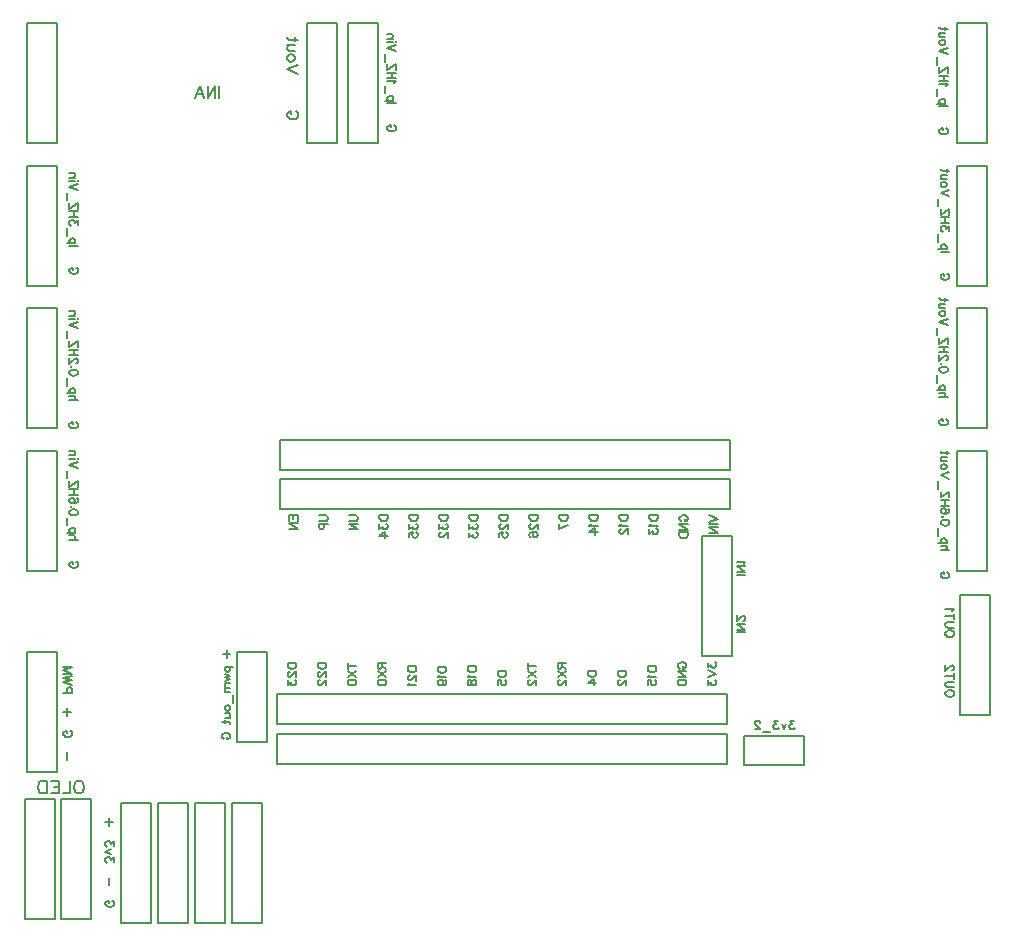
<source format=gbo>
G04 Layer: BottomSilkscreenLayer*
G04 EasyEDA v6.5.40, 2024-04-23 11:15:46*
G04 c7e9cca6e7fb4e88997dfbcd3db0eb44,2d5800d2cc32464ebd88bb1e24ba3ef2,10*
G04 Gerber Generator version 0.2*
G04 Scale: 100 percent, Rotated: No, Reflected: No *
G04 Dimensions in inches *
G04 leading zeros omitted , absolute positions ,3 integer and 6 decimal *
%FSLAX36Y36*%
%MOIN*%

%ADD10C,0.0080*%
%ADD11C,0.0060*%
%ADD12C,0.0080*%
%ADD13C,0.0080*%

%LPD*%
D10*
X996273Y3472273D02*
G01*
X999908Y3470455D01*
X1003545Y3466817D01*
X1005363Y3463182D01*
X1005363Y3455909D01*
X1003545Y3452273D01*
X999908Y3448636D01*
X996273Y3446817D01*
X990817Y3445000D01*
X981727Y3445000D01*
X976273Y3446817D01*
X972636Y3448636D01*
X968999Y3452273D01*
X967182Y3455909D01*
X967182Y3463182D01*
X968999Y3466817D01*
X972636Y3470455D01*
X976273Y3472273D01*
X981727Y3472273D01*
X981727Y3463182D02*
G01*
X981727Y3472273D01*
X1005363Y3596273D02*
G01*
X967182Y3610817D01*
X1005363Y3625363D02*
G01*
X967182Y3610817D01*
X992636Y3646455D02*
G01*
X990817Y3642818D01*
X987182Y3639182D01*
X981727Y3637363D01*
X978091Y3637363D01*
X972636Y3639182D01*
X968999Y3642818D01*
X967182Y3646455D01*
X967182Y3651909D01*
X968999Y3655545D01*
X972636Y3659182D01*
X978091Y3660999D01*
X981727Y3660999D01*
X987182Y3659182D01*
X990817Y3655545D01*
X992636Y3651909D01*
X992636Y3646455D01*
X992636Y3673000D02*
G01*
X974454Y3673000D01*
X968999Y3674818D01*
X967182Y3678454D01*
X967182Y3683908D01*
X968999Y3687545D01*
X974454Y3693000D01*
X992636Y3693000D02*
G01*
X967182Y3693000D01*
X1005363Y3710455D02*
G01*
X974454Y3710455D01*
X968999Y3712273D01*
X967182Y3715909D01*
X967182Y3719544D01*
X992636Y3705000D02*
G01*
X992636Y3717727D01*
X740000Y3555363D02*
G01*
X740000Y3517181D01*
X728000Y3555363D02*
G01*
X728000Y3517181D01*
X728000Y3555363D02*
G01*
X702545Y3517181D01*
X702545Y3555363D02*
G01*
X702545Y3517181D01*
X675999Y3555363D02*
G01*
X690545Y3517181D01*
X675999Y3555363D02*
G01*
X661455Y3517181D01*
X685091Y3529908D02*
G01*
X666909Y3529908D01*
X1323455Y3425455D02*
G01*
X1326181Y3424090D01*
X1328909Y3421363D01*
X1330272Y3418636D01*
X1330272Y3413182D01*
X1328909Y3410455D01*
X1326181Y3407727D01*
X1323455Y3406363D01*
X1319363Y3405000D01*
X1312545Y3405000D01*
X1308455Y3406363D01*
X1305726Y3407727D01*
X1303000Y3410455D01*
X1301635Y3413182D01*
X1301635Y3418636D01*
X1303000Y3421363D01*
X1305726Y3424090D01*
X1308455Y3425455D01*
X1312545Y3425455D01*
X1312545Y3418636D02*
G01*
X1312545Y3425455D01*
X1330272Y3497455D02*
G01*
X1301635Y3497455D01*
X1320726Y3506455D02*
G01*
X1292091Y3506455D01*
X1316635Y3506455D02*
G01*
X1319363Y3509182D01*
X1320726Y3511909D01*
X1320726Y3515999D01*
X1319363Y3518726D01*
X1316635Y3521455D01*
X1312545Y3522818D01*
X1309817Y3522818D01*
X1305726Y3521455D01*
X1303000Y3518726D01*
X1301635Y3515999D01*
X1301635Y3511909D01*
X1303000Y3509182D01*
X1305726Y3506455D01*
X1292091Y3531817D02*
G01*
X1292091Y3556363D01*
X1324817Y3565363D02*
G01*
X1326181Y3568090D01*
X1330272Y3572181D01*
X1301635Y3572181D01*
X1330272Y3581181D02*
G01*
X1301635Y3581181D01*
X1330272Y3600273D02*
G01*
X1301635Y3600273D01*
X1316635Y3581181D02*
G01*
X1316635Y3600273D01*
X1330272Y3628364D02*
G01*
X1301635Y3609272D01*
X1330272Y3609272D02*
G01*
X1330272Y3628364D01*
X1301635Y3609272D02*
G01*
X1301635Y3628364D01*
X1292091Y3637363D02*
G01*
X1292091Y3661909D01*
X1330272Y3670909D02*
G01*
X1301635Y3681817D01*
X1330272Y3692727D02*
G01*
X1301635Y3681817D01*
X1330272Y3701727D02*
G01*
X1328909Y3703090D01*
X1330272Y3704454D01*
X1331635Y3703090D01*
X1330272Y3701727D01*
X1320726Y3703090D02*
G01*
X1301635Y3703090D01*
X1320726Y3713454D02*
G01*
X1301635Y3713454D01*
X1315272Y3713454D02*
G01*
X1319363Y3717545D01*
X1320726Y3720273D01*
X1320726Y3724364D01*
X1319363Y3727091D01*
X1315272Y3728454D01*
X1301635Y3728454D01*
X3163455Y3415455D02*
G01*
X3166181Y3414090D01*
X3168909Y3411363D01*
X3170272Y3408636D01*
X3170272Y3403182D01*
X3168909Y3400455D01*
X3166181Y3397727D01*
X3163455Y3396363D01*
X3159363Y3395000D01*
X3152545Y3395000D01*
X3148455Y3396363D01*
X3145726Y3397727D01*
X3143000Y3400455D01*
X3141635Y3403182D01*
X3141635Y3408636D01*
X3143000Y3411363D01*
X3145726Y3414090D01*
X3148455Y3415455D01*
X3152545Y3415455D01*
X3152545Y3408636D02*
G01*
X3152545Y3415455D01*
X3170272Y3487455D02*
G01*
X3141635Y3487455D01*
X3160726Y3496455D02*
G01*
X3132091Y3496455D01*
X3156635Y3496455D02*
G01*
X3159363Y3499182D01*
X3160726Y3501909D01*
X3160726Y3505999D01*
X3159363Y3508726D01*
X3156635Y3511455D01*
X3152545Y3512818D01*
X3149817Y3512818D01*
X3145726Y3511455D01*
X3143000Y3508726D01*
X3141635Y3505999D01*
X3141635Y3501909D01*
X3143000Y3499182D01*
X3145726Y3496455D01*
X3132091Y3521817D02*
G01*
X3132091Y3546363D01*
X3164817Y3555363D02*
G01*
X3166181Y3558090D01*
X3170272Y3562181D01*
X3141635Y3562181D01*
X3170272Y3571181D02*
G01*
X3141635Y3571181D01*
X3170272Y3590273D02*
G01*
X3141635Y3590273D01*
X3156635Y3571181D02*
G01*
X3156635Y3590273D01*
X3170272Y3618364D02*
G01*
X3141635Y3599272D01*
X3170272Y3599272D02*
G01*
X3170272Y3618364D01*
X3141635Y3599272D02*
G01*
X3141635Y3618364D01*
X3132091Y3627363D02*
G01*
X3132091Y3651909D01*
X3170272Y3660909D02*
G01*
X3141635Y3671817D01*
X3170272Y3682727D02*
G01*
X3141635Y3671817D01*
X3160726Y3698544D02*
G01*
X3159363Y3695817D01*
X3156635Y3693090D01*
X3152545Y3691727D01*
X3149817Y3691727D01*
X3145726Y3693090D01*
X3143000Y3695817D01*
X3141635Y3698544D01*
X3141635Y3702636D01*
X3143000Y3705363D01*
X3145726Y3708090D01*
X3149817Y3709454D01*
X3152545Y3709454D01*
X3156635Y3708090D01*
X3159363Y3705363D01*
X3160726Y3702636D01*
X3160726Y3698544D01*
X3160726Y3718454D02*
G01*
X3147091Y3718454D01*
X3143000Y3719818D01*
X3141635Y3722545D01*
X3141635Y3726635D01*
X3143000Y3729364D01*
X3147091Y3733454D01*
X3160726Y3733454D02*
G01*
X3141635Y3733454D01*
X3170272Y3746545D02*
G01*
X3147091Y3746545D01*
X3143000Y3747908D01*
X3141635Y3750635D01*
X3141635Y3753364D01*
X3160726Y3742455D02*
G01*
X3160726Y3751999D01*
X263465Y2950455D02*
G01*
X266192Y2949090D01*
X268919Y2946363D01*
X270282Y2943636D01*
X270282Y2938182D01*
X268919Y2935455D01*
X266192Y2932727D01*
X263465Y2931363D01*
X259373Y2930000D01*
X252555Y2930000D01*
X248465Y2931363D01*
X245736Y2932727D01*
X243009Y2935455D01*
X241646Y2938182D01*
X241646Y2943636D01*
X243009Y2946363D01*
X245736Y2949090D01*
X248465Y2950455D01*
X252555Y2950455D01*
X252555Y2943636D02*
G01*
X252555Y2950455D01*
X270282Y3022455D02*
G01*
X241646Y3022455D01*
X260736Y3031455D02*
G01*
X232100Y3031455D01*
X256646Y3031455D02*
G01*
X259373Y3034182D01*
X260736Y3036909D01*
X260736Y3040999D01*
X259373Y3043726D01*
X256646Y3046455D01*
X252555Y3047818D01*
X249828Y3047818D01*
X245736Y3046455D01*
X243009Y3043726D01*
X241646Y3040999D01*
X241646Y3036909D01*
X243009Y3034182D01*
X245736Y3031455D01*
X232100Y3056817D02*
G01*
X232100Y3081363D01*
X270282Y3093090D02*
G01*
X270282Y3108090D01*
X259373Y3099908D01*
X259373Y3104000D01*
X258009Y3106727D01*
X256646Y3108090D01*
X252555Y3109454D01*
X249828Y3109454D01*
X245736Y3108090D01*
X243009Y3105363D01*
X241646Y3101273D01*
X241646Y3097181D01*
X243009Y3093090D01*
X244373Y3091727D01*
X247100Y3090363D01*
X270282Y3118454D02*
G01*
X241646Y3118454D01*
X270282Y3137545D02*
G01*
X241646Y3137545D01*
X256646Y3118454D02*
G01*
X256646Y3137545D01*
X270282Y3165635D02*
G01*
X241646Y3146545D01*
X270282Y3146545D02*
G01*
X270282Y3165635D01*
X241646Y3146545D02*
G01*
X241646Y3165635D01*
X232100Y3174636D02*
G01*
X232100Y3199182D01*
X270282Y3208182D02*
G01*
X241646Y3219090D01*
X270282Y3230000D02*
G01*
X241646Y3219090D01*
X270282Y3239000D02*
G01*
X268919Y3240363D01*
X270282Y3241727D01*
X271646Y3240363D01*
X270282Y3239000D01*
X260736Y3240363D02*
G01*
X241646Y3240363D01*
X260736Y3250727D02*
G01*
X241646Y3250727D01*
X255282Y3250727D02*
G01*
X259373Y3254818D01*
X260736Y3257545D01*
X260736Y3261635D01*
X259373Y3264364D01*
X255282Y3265727D01*
X241646Y3265727D01*
X3168455Y2930455D02*
G01*
X3171181Y2929090D01*
X3173909Y2926363D01*
X3175272Y2923636D01*
X3175272Y2918182D01*
X3173909Y2915455D01*
X3171181Y2912727D01*
X3168455Y2911363D01*
X3164363Y2910000D01*
X3157545Y2910000D01*
X3153455Y2911363D01*
X3150726Y2912727D01*
X3148000Y2915455D01*
X3146635Y2918182D01*
X3146635Y2923636D01*
X3148000Y2926363D01*
X3150726Y2929090D01*
X3153455Y2930455D01*
X3157545Y2930455D01*
X3157545Y2923636D02*
G01*
X3157545Y2930455D01*
X3175272Y3002455D02*
G01*
X3146635Y3002455D01*
X3165726Y3011455D02*
G01*
X3137091Y3011455D01*
X3161635Y3011455D02*
G01*
X3164363Y3014182D01*
X3165726Y3016909D01*
X3165726Y3020999D01*
X3164363Y3023726D01*
X3161635Y3026455D01*
X3157545Y3027818D01*
X3154817Y3027818D01*
X3150726Y3026455D01*
X3148000Y3023726D01*
X3146635Y3020999D01*
X3146635Y3016909D01*
X3148000Y3014182D01*
X3150726Y3011455D01*
X3137091Y3036817D02*
G01*
X3137091Y3061363D01*
X3175272Y3073090D02*
G01*
X3175272Y3088090D01*
X3164363Y3079908D01*
X3164363Y3084000D01*
X3163000Y3086727D01*
X3161635Y3088090D01*
X3157545Y3089454D01*
X3154817Y3089454D01*
X3150726Y3088090D01*
X3148000Y3085363D01*
X3146635Y3081273D01*
X3146635Y3077181D01*
X3148000Y3073090D01*
X3149363Y3071727D01*
X3152091Y3070363D01*
X3175272Y3098454D02*
G01*
X3146635Y3098454D01*
X3175272Y3117545D02*
G01*
X3146635Y3117545D01*
X3161635Y3098454D02*
G01*
X3161635Y3117545D01*
X3175272Y3145635D02*
G01*
X3146635Y3126545D01*
X3175272Y3126545D02*
G01*
X3175272Y3145635D01*
X3146635Y3126545D02*
G01*
X3146635Y3145635D01*
X3137091Y3154636D02*
G01*
X3137091Y3179182D01*
X3175272Y3188182D02*
G01*
X3146635Y3199090D01*
X3175272Y3210000D02*
G01*
X3146635Y3199090D01*
X3165726Y3225817D02*
G01*
X3164363Y3223090D01*
X3161635Y3220363D01*
X3157545Y3219000D01*
X3154817Y3219000D01*
X3150726Y3220363D01*
X3148000Y3223090D01*
X3146635Y3225817D01*
X3146635Y3229908D01*
X3148000Y3232636D01*
X3150726Y3235363D01*
X3154817Y3236727D01*
X3157545Y3236727D01*
X3161635Y3235363D01*
X3164363Y3232636D01*
X3165726Y3229908D01*
X3165726Y3225817D01*
X3165726Y3245727D02*
G01*
X3152091Y3245727D01*
X3148000Y3247091D01*
X3146635Y3249818D01*
X3146635Y3253908D01*
X3148000Y3256635D01*
X3152091Y3260727D01*
X3165726Y3260727D02*
G01*
X3146635Y3260727D01*
X3175272Y3273818D02*
G01*
X3152091Y3273818D01*
X3148000Y3275182D01*
X3146635Y3277908D01*
X3146635Y3280635D01*
X3165726Y3269726D02*
G01*
X3165726Y3279272D01*
X263465Y2435455D02*
G01*
X266192Y2434090D01*
X268919Y2431363D01*
X270282Y2428636D01*
X270282Y2423182D01*
X268919Y2420455D01*
X266192Y2417727D01*
X263465Y2416363D01*
X259373Y2415000D01*
X252555Y2415000D01*
X248465Y2416363D01*
X245736Y2417727D01*
X243009Y2420455D01*
X241646Y2423182D01*
X241646Y2428636D01*
X243009Y2431363D01*
X245736Y2434090D01*
X248465Y2435455D01*
X252555Y2435455D01*
X252555Y2428636D02*
G01*
X252555Y2435455D01*
X270282Y2507455D02*
G01*
X241646Y2507455D01*
X255282Y2507455D02*
G01*
X259373Y2511545D01*
X260736Y2514272D01*
X260736Y2518364D01*
X259373Y2521091D01*
X255282Y2522455D01*
X241646Y2522455D01*
X260736Y2531455D02*
G01*
X232100Y2531455D01*
X256646Y2531455D02*
G01*
X259373Y2534182D01*
X260736Y2536909D01*
X260736Y2540999D01*
X259373Y2543726D01*
X256646Y2546455D01*
X252555Y2547818D01*
X249828Y2547818D01*
X245736Y2546455D01*
X243009Y2543726D01*
X241646Y2540999D01*
X241646Y2536909D01*
X243009Y2534182D01*
X245736Y2531455D01*
X232100Y2556817D02*
G01*
X232100Y2581363D01*
X270282Y2598544D02*
G01*
X268919Y2594454D01*
X264828Y2591727D01*
X258009Y2590363D01*
X253919Y2590363D01*
X247100Y2591727D01*
X243009Y2594454D01*
X241646Y2598544D01*
X241646Y2601273D01*
X243009Y2605363D01*
X247100Y2608090D01*
X253919Y2609454D01*
X258009Y2609454D01*
X264828Y2608090D01*
X268919Y2605363D01*
X270282Y2601273D01*
X270282Y2598544D01*
X248465Y2619818D02*
G01*
X247100Y2618454D01*
X245736Y2619818D01*
X247100Y2621181D01*
X248465Y2619818D01*
X263465Y2631545D02*
G01*
X264828Y2631545D01*
X267555Y2632908D01*
X268919Y2634272D01*
X270282Y2636999D01*
X270282Y2642455D01*
X268919Y2645182D01*
X267555Y2646545D01*
X264828Y2647908D01*
X262100Y2647908D01*
X259373Y2646545D01*
X255282Y2643818D01*
X241646Y2630182D01*
X241646Y2649272D01*
X270282Y2658272D02*
G01*
X241646Y2658272D01*
X270282Y2677363D02*
G01*
X241646Y2677363D01*
X256646Y2658272D02*
G01*
X256646Y2677363D01*
X270282Y2705455D02*
G01*
X241646Y2686363D01*
X270282Y2686363D02*
G01*
X270282Y2705455D01*
X241646Y2686363D02*
G01*
X241646Y2705455D01*
X232100Y2714454D02*
G01*
X232100Y2739000D01*
X270282Y2748000D02*
G01*
X241646Y2758908D01*
X270282Y2769818D02*
G01*
X241646Y2758908D01*
X270282Y2778818D02*
G01*
X268919Y2780182D01*
X270282Y2781545D01*
X271646Y2780182D01*
X270282Y2778818D01*
X260736Y2780182D02*
G01*
X241646Y2780182D01*
X260736Y2790545D02*
G01*
X241646Y2790545D01*
X255282Y2790545D02*
G01*
X259373Y2794636D01*
X260736Y2797363D01*
X260736Y2801455D01*
X259373Y2804182D01*
X255282Y2805545D01*
X241646Y2805545D01*
X3163455Y2445455D02*
G01*
X3166181Y2444090D01*
X3168909Y2441363D01*
X3170272Y2438636D01*
X3170272Y2433182D01*
X3168909Y2430455D01*
X3166181Y2427727D01*
X3163455Y2426363D01*
X3159363Y2425000D01*
X3152545Y2425000D01*
X3148455Y2426363D01*
X3145726Y2427727D01*
X3143000Y2430455D01*
X3141635Y2433182D01*
X3141635Y2438636D01*
X3143000Y2441363D01*
X3145726Y2444090D01*
X3148455Y2445455D01*
X3152545Y2445455D01*
X3152545Y2438636D02*
G01*
X3152545Y2445455D01*
X3170272Y2517455D02*
G01*
X3141635Y2517455D01*
X3155272Y2517455D02*
G01*
X3159363Y2521545D01*
X3160726Y2524272D01*
X3160726Y2528364D01*
X3159363Y2531091D01*
X3155272Y2532455D01*
X3141635Y2532455D01*
X3160726Y2541455D02*
G01*
X3132091Y2541455D01*
X3156635Y2541455D02*
G01*
X3159363Y2544182D01*
X3160726Y2546909D01*
X3160726Y2550999D01*
X3159363Y2553726D01*
X3156635Y2556455D01*
X3152545Y2557818D01*
X3149817Y2557818D01*
X3145726Y2556455D01*
X3143000Y2553726D01*
X3141635Y2550999D01*
X3141635Y2546909D01*
X3143000Y2544182D01*
X3145726Y2541455D01*
X3132091Y2566817D02*
G01*
X3132091Y2591363D01*
X3170272Y2608544D02*
G01*
X3168909Y2604454D01*
X3164817Y2601727D01*
X3158000Y2600363D01*
X3153909Y2600363D01*
X3147091Y2601727D01*
X3143000Y2604454D01*
X3141635Y2608544D01*
X3141635Y2611273D01*
X3143000Y2615363D01*
X3147091Y2618090D01*
X3153909Y2619454D01*
X3158000Y2619454D01*
X3164817Y2618090D01*
X3168909Y2615363D01*
X3170272Y2611273D01*
X3170272Y2608544D01*
X3148455Y2629818D02*
G01*
X3147091Y2628454D01*
X3145726Y2629818D01*
X3147091Y2631181D01*
X3148455Y2629818D01*
X3163455Y2641545D02*
G01*
X3164817Y2641545D01*
X3167545Y2642908D01*
X3168909Y2644272D01*
X3170272Y2646999D01*
X3170272Y2652455D01*
X3168909Y2655182D01*
X3167545Y2656545D01*
X3164817Y2657908D01*
X3162091Y2657908D01*
X3159363Y2656545D01*
X3155272Y2653818D01*
X3141635Y2640182D01*
X3141635Y2659272D01*
X3170272Y2668272D02*
G01*
X3141635Y2668272D01*
X3170272Y2687363D02*
G01*
X3141635Y2687363D01*
X3156635Y2668272D02*
G01*
X3156635Y2687363D01*
X3170272Y2715455D02*
G01*
X3141635Y2696363D01*
X3170272Y2696363D02*
G01*
X3170272Y2715455D01*
X3141635Y2696363D02*
G01*
X3141635Y2715455D01*
X3132091Y2724454D02*
G01*
X3132091Y2749000D01*
X3170272Y2758000D02*
G01*
X3141635Y2768908D01*
X3170272Y2779818D02*
G01*
X3141635Y2768908D01*
X3160726Y2795635D02*
G01*
X3159363Y2792908D01*
X3156635Y2790182D01*
X3152545Y2788818D01*
X3149817Y2788818D01*
X3145726Y2790182D01*
X3143000Y2792908D01*
X3141635Y2795635D01*
X3141635Y2799726D01*
X3143000Y2802455D01*
X3145726Y2805182D01*
X3149817Y2806545D01*
X3152545Y2806545D01*
X3156635Y2805182D01*
X3159363Y2802455D01*
X3160726Y2799726D01*
X3160726Y2795635D01*
X3160726Y2815545D02*
G01*
X3147091Y2815545D01*
X3143000Y2816909D01*
X3141635Y2819636D01*
X3141635Y2823726D01*
X3143000Y2826455D01*
X3147091Y2830545D01*
X3160726Y2830545D02*
G01*
X3141635Y2830545D01*
X3170272Y2843636D02*
G01*
X3147091Y2843636D01*
X3143000Y2845000D01*
X3141635Y2847727D01*
X3141635Y2850455D01*
X3160726Y2839544D02*
G01*
X3160726Y2849090D01*
X263465Y1970455D02*
G01*
X266192Y1969090D01*
X268919Y1966363D01*
X270282Y1963636D01*
X270282Y1958182D01*
X268919Y1955455D01*
X266192Y1952726D01*
X263465Y1951363D01*
X259373Y1950000D01*
X252555Y1950000D01*
X248465Y1951363D01*
X245736Y1952726D01*
X243009Y1955455D01*
X241646Y1958182D01*
X241646Y1963636D01*
X243009Y1966363D01*
X245736Y1969090D01*
X248465Y1970455D01*
X252555Y1970455D01*
X252555Y1963636D02*
G01*
X252555Y1970455D01*
X270282Y2042455D02*
G01*
X241646Y2042455D01*
X255282Y2042455D02*
G01*
X259373Y2046545D01*
X260736Y2049272D01*
X260736Y2053364D01*
X259373Y2056091D01*
X255282Y2057455D01*
X241646Y2057455D01*
X260736Y2066455D02*
G01*
X232100Y2066455D01*
X256646Y2066455D02*
G01*
X259373Y2069182D01*
X260736Y2071909D01*
X260736Y2075999D01*
X259373Y2078726D01*
X256646Y2081455D01*
X252555Y2082818D01*
X249828Y2082818D01*
X245736Y2081455D01*
X243009Y2078726D01*
X241646Y2075999D01*
X241646Y2071909D01*
X243009Y2069182D01*
X245736Y2066455D01*
X232100Y2091817D02*
G01*
X232100Y2116363D01*
X270282Y2133544D02*
G01*
X268919Y2129454D01*
X264828Y2126727D01*
X258009Y2125363D01*
X253919Y2125363D01*
X247100Y2126727D01*
X243009Y2129454D01*
X241646Y2133544D01*
X241646Y2136273D01*
X243009Y2140363D01*
X247100Y2143090D01*
X253919Y2144454D01*
X258009Y2144454D01*
X264828Y2143090D01*
X268919Y2140363D01*
X270282Y2136273D01*
X270282Y2133544D01*
X248465Y2154818D02*
G01*
X247100Y2153454D01*
X245736Y2154818D01*
X247100Y2156181D01*
X248465Y2154818D01*
X266192Y2181545D02*
G01*
X268919Y2180182D01*
X270282Y2176091D01*
X270282Y2173364D01*
X268919Y2169272D01*
X264828Y2166545D01*
X258009Y2165182D01*
X251192Y2165182D01*
X245736Y2166545D01*
X243009Y2169272D01*
X241646Y2173364D01*
X241646Y2174726D01*
X243009Y2178818D01*
X245736Y2181545D01*
X249828Y2182908D01*
X251192Y2182908D01*
X255282Y2181545D01*
X258009Y2178818D01*
X259373Y2174726D01*
X259373Y2173364D01*
X258009Y2169272D01*
X255282Y2166545D01*
X251192Y2165182D01*
X270282Y2191909D02*
G01*
X241646Y2191909D01*
X270282Y2210999D02*
G01*
X241646Y2210999D01*
X256646Y2191909D02*
G01*
X256646Y2210999D01*
X270282Y2239090D02*
G01*
X241646Y2220000D01*
X270282Y2220000D02*
G01*
X270282Y2239090D01*
X241646Y2220000D02*
G01*
X241646Y2239090D01*
X232100Y2248090D02*
G01*
X232100Y2272636D01*
X270282Y2281635D02*
G01*
X241646Y2292545D01*
X270282Y2303454D02*
G01*
X241646Y2292545D01*
X270282Y2312455D02*
G01*
X268919Y2313818D01*
X270282Y2315182D01*
X271646Y2313818D01*
X270282Y2312455D01*
X260736Y2313818D02*
G01*
X241646Y2313818D01*
X260736Y2324182D02*
G01*
X241646Y2324182D01*
X255282Y2324182D02*
G01*
X259373Y2328272D01*
X260736Y2330999D01*
X260736Y2335091D01*
X259373Y2337818D01*
X255282Y2339182D01*
X241646Y2339182D01*
X3168455Y1935455D02*
G01*
X3171181Y1934090D01*
X3173909Y1931363D01*
X3175272Y1928636D01*
X3175272Y1923182D01*
X3173909Y1920455D01*
X3171181Y1917726D01*
X3168455Y1916363D01*
X3164363Y1915000D01*
X3157545Y1915000D01*
X3153455Y1916363D01*
X3150726Y1917726D01*
X3148000Y1920455D01*
X3146635Y1923182D01*
X3146635Y1928636D01*
X3148000Y1931363D01*
X3150726Y1934090D01*
X3153455Y1935455D01*
X3157545Y1935455D01*
X3157545Y1928636D02*
G01*
X3157545Y1935455D01*
X3175272Y2007455D02*
G01*
X3146635Y2007455D01*
X3160272Y2007455D02*
G01*
X3164363Y2011545D01*
X3165726Y2014272D01*
X3165726Y2018364D01*
X3164363Y2021091D01*
X3160272Y2022455D01*
X3146635Y2022455D01*
X3165726Y2031455D02*
G01*
X3137091Y2031455D01*
X3161635Y2031455D02*
G01*
X3164363Y2034182D01*
X3165726Y2036909D01*
X3165726Y2040999D01*
X3164363Y2043726D01*
X3161635Y2046455D01*
X3157545Y2047818D01*
X3154817Y2047818D01*
X3150726Y2046455D01*
X3148000Y2043726D01*
X3146635Y2040999D01*
X3146635Y2036909D01*
X3148000Y2034182D01*
X3150726Y2031455D01*
X3137091Y2056817D02*
G01*
X3137091Y2081363D01*
X3175272Y2098544D02*
G01*
X3173909Y2094454D01*
X3169817Y2091727D01*
X3163000Y2090363D01*
X3158909Y2090363D01*
X3152091Y2091727D01*
X3148000Y2094454D01*
X3146635Y2098544D01*
X3146635Y2101273D01*
X3148000Y2105363D01*
X3152091Y2108090D01*
X3158909Y2109454D01*
X3163000Y2109454D01*
X3169817Y2108090D01*
X3173909Y2105363D01*
X3175272Y2101273D01*
X3175272Y2098544D01*
X3153455Y2119818D02*
G01*
X3152091Y2118454D01*
X3150726Y2119818D01*
X3152091Y2121181D01*
X3153455Y2119818D01*
X3171181Y2146545D02*
G01*
X3173909Y2145182D01*
X3175272Y2141091D01*
X3175272Y2138364D01*
X3173909Y2134272D01*
X3169817Y2131545D01*
X3163000Y2130182D01*
X3156181Y2130182D01*
X3150726Y2131545D01*
X3148000Y2134272D01*
X3146635Y2138364D01*
X3146635Y2139726D01*
X3148000Y2143818D01*
X3150726Y2146545D01*
X3154817Y2147908D01*
X3156181Y2147908D01*
X3160272Y2146545D01*
X3163000Y2143818D01*
X3164363Y2139726D01*
X3164363Y2138364D01*
X3163000Y2134272D01*
X3160272Y2131545D01*
X3156181Y2130182D01*
X3175272Y2156909D02*
G01*
X3146635Y2156909D01*
X3175272Y2175999D02*
G01*
X3146635Y2175999D01*
X3161635Y2156909D02*
G01*
X3161635Y2175999D01*
X3175272Y2204090D02*
G01*
X3146635Y2185000D01*
X3175272Y2185000D02*
G01*
X3175272Y2204090D01*
X3146635Y2185000D02*
G01*
X3146635Y2204090D01*
X3137091Y2213090D02*
G01*
X3137091Y2237636D01*
X3175272Y2246635D02*
G01*
X3146635Y2257545D01*
X3175272Y2268454D02*
G01*
X3146635Y2257545D01*
X3165726Y2284272D02*
G01*
X3164363Y2281545D01*
X3161635Y2278818D01*
X3157545Y2277455D01*
X3154817Y2277455D01*
X3150726Y2278818D01*
X3148000Y2281545D01*
X3146635Y2284272D01*
X3146635Y2288364D01*
X3148000Y2291091D01*
X3150726Y2293818D01*
X3154817Y2295182D01*
X3157545Y2295182D01*
X3161635Y2293818D01*
X3164363Y2291091D01*
X3165726Y2288364D01*
X3165726Y2284272D01*
X3165726Y2304182D02*
G01*
X3152091Y2304182D01*
X3148000Y2305545D01*
X3146635Y2308272D01*
X3146635Y2312363D01*
X3148000Y2315091D01*
X3152091Y2319182D01*
X3165726Y2319182D02*
G01*
X3146635Y2319182D01*
X3175272Y2332273D02*
G01*
X3152091Y2332273D01*
X3148000Y2333636D01*
X3146635Y2336363D01*
X3146635Y2339090D01*
X3165726Y2328182D02*
G01*
X3165726Y2337727D01*
X969727Y1633184D02*
G01*
X998364Y1633184D01*
X969727Y1633184D02*
G01*
X969727Y1623640D01*
X971090Y1619549D01*
X973818Y1616822D01*
X976544Y1615457D01*
X980636Y1614094D01*
X987454Y1614094D01*
X991544Y1615457D01*
X994273Y1616822D01*
X996999Y1619549D01*
X998364Y1623640D01*
X998364Y1633184D01*
X976544Y1603730D02*
G01*
X975182Y1603730D01*
X972454Y1602366D01*
X971090Y1601003D01*
X969727Y1598276D01*
X969727Y1592822D01*
X971090Y1590093D01*
X972454Y1588730D01*
X975182Y1587366D01*
X977908Y1587366D01*
X980636Y1588730D01*
X984727Y1591457D01*
X998364Y1605093D01*
X998364Y1586003D01*
X969727Y1574275D02*
G01*
X969727Y1559275D01*
X980636Y1567458D01*
X980636Y1563366D01*
X981999Y1560639D01*
X983364Y1559275D01*
X987454Y1557912D01*
X990182Y1557912D01*
X994273Y1559275D01*
X996999Y1562004D01*
X998364Y1566093D01*
X998364Y1570185D01*
X996999Y1574275D01*
X995636Y1575639D01*
X992908Y1577004D01*
X1069727Y1633184D02*
G01*
X1098364Y1633184D01*
X1069727Y1633184D02*
G01*
X1069727Y1623638D01*
X1071090Y1619547D01*
X1073818Y1616821D01*
X1076544Y1615457D01*
X1080636Y1614092D01*
X1087455Y1614092D01*
X1091544Y1615457D01*
X1094273Y1616821D01*
X1096999Y1619547D01*
X1098364Y1623638D01*
X1098364Y1633184D01*
X1076544Y1603730D02*
G01*
X1075182Y1603730D01*
X1072455Y1602366D01*
X1071090Y1601001D01*
X1069727Y1598274D01*
X1069727Y1592820D01*
X1071090Y1590093D01*
X1072455Y1588730D01*
X1075182Y1587366D01*
X1077908Y1587366D01*
X1080636Y1588730D01*
X1084727Y1591457D01*
X1098364Y1605093D01*
X1098364Y1586001D01*
X1076544Y1575639D02*
G01*
X1075182Y1575639D01*
X1072455Y1574274D01*
X1071090Y1572912D01*
X1069727Y1570183D01*
X1069727Y1564729D01*
X1071090Y1562002D01*
X1072455Y1560639D01*
X1075182Y1559274D01*
X1077908Y1559274D01*
X1080636Y1560639D01*
X1084727Y1563366D01*
X1098364Y1577002D01*
X1098364Y1557912D01*
X1169727Y1623640D02*
G01*
X1198364Y1623640D01*
X1169727Y1633186D02*
G01*
X1169727Y1614095D01*
X1169727Y1605095D02*
G01*
X1198364Y1586003D01*
X1169727Y1586003D02*
G01*
X1198364Y1605095D01*
X1169727Y1577004D02*
G01*
X1198364Y1577004D01*
X1169727Y1577004D02*
G01*
X1169727Y1567458D01*
X1171090Y1563368D01*
X1173818Y1560641D01*
X1176544Y1559277D01*
X1180636Y1557912D01*
X1187455Y1557912D01*
X1191544Y1559277D01*
X1194273Y1560641D01*
X1196999Y1563368D01*
X1198364Y1567458D01*
X1198364Y1577004D01*
X1469727Y1619549D02*
G01*
X1498364Y1619549D01*
X1469727Y1619549D02*
G01*
X1469727Y1610003D01*
X1471090Y1605913D01*
X1473818Y1603186D01*
X1476544Y1601822D01*
X1480636Y1600459D01*
X1487455Y1600459D01*
X1491544Y1601822D01*
X1494273Y1603186D01*
X1496999Y1605913D01*
X1498364Y1610003D01*
X1498364Y1619549D01*
X1475182Y1591458D02*
G01*
X1473818Y1588730D01*
X1469727Y1584641D01*
X1498364Y1584641D01*
X1479273Y1557912D02*
G01*
X1483364Y1559277D01*
X1486090Y1562004D01*
X1487455Y1566095D01*
X1487455Y1567458D01*
X1486090Y1571550D01*
X1483364Y1574277D01*
X1479273Y1575641D01*
X1477908Y1575641D01*
X1473818Y1574277D01*
X1471090Y1571550D01*
X1469727Y1567458D01*
X1469727Y1566095D01*
X1471090Y1562004D01*
X1473818Y1559277D01*
X1479273Y1557912D01*
X1486090Y1557912D01*
X1492908Y1559277D01*
X1496999Y1562004D01*
X1498364Y1566095D01*
X1498364Y1568822D01*
X1496999Y1572912D01*
X1494273Y1574277D01*
X1369727Y1620911D02*
G01*
X1398364Y1620911D01*
X1369727Y1620911D02*
G01*
X1369727Y1611365D01*
X1371090Y1607274D01*
X1373818Y1604547D01*
X1376544Y1603184D01*
X1380636Y1601821D01*
X1387455Y1601821D01*
X1391544Y1603184D01*
X1394273Y1604547D01*
X1396999Y1607274D01*
X1398364Y1611365D01*
X1398364Y1620911D01*
X1376544Y1591457D02*
G01*
X1375182Y1591457D01*
X1372455Y1590093D01*
X1371090Y1588730D01*
X1369727Y1586003D01*
X1369727Y1580547D01*
X1371090Y1577820D01*
X1372455Y1576457D01*
X1375182Y1575093D01*
X1377908Y1575093D01*
X1380636Y1576457D01*
X1384727Y1579185D01*
X1398364Y1592820D01*
X1398364Y1573730D01*
X1375182Y1564729D02*
G01*
X1373818Y1562002D01*
X1369727Y1557912D01*
X1398364Y1557912D01*
X1269727Y1633184D02*
G01*
X1298364Y1633184D01*
X1269727Y1633184D02*
G01*
X1269727Y1620913D01*
X1271090Y1616822D01*
X1272455Y1615457D01*
X1275182Y1614094D01*
X1277908Y1614094D01*
X1280636Y1615457D01*
X1281999Y1616822D01*
X1283364Y1620913D01*
X1283364Y1633184D01*
X1283364Y1623640D02*
G01*
X1298364Y1614094D01*
X1269727Y1605093D02*
G01*
X1298364Y1586003D01*
X1269727Y1586003D02*
G01*
X1298364Y1605093D01*
X1269727Y1577004D02*
G01*
X1298364Y1577004D01*
X1269727Y1577004D02*
G01*
X1269727Y1567458D01*
X1271090Y1563366D01*
X1273818Y1560639D01*
X1276544Y1559275D01*
X1280636Y1557912D01*
X1287455Y1557912D01*
X1291544Y1559275D01*
X1294273Y1560639D01*
X1296999Y1563366D01*
X1298364Y1567458D01*
X1298364Y1577004D01*
X1869727Y1633184D02*
G01*
X1898364Y1633184D01*
X1869727Y1633184D02*
G01*
X1869727Y1620911D01*
X1871090Y1616821D01*
X1872455Y1615457D01*
X1875182Y1614094D01*
X1877908Y1614094D01*
X1880636Y1615457D01*
X1881999Y1616821D01*
X1883364Y1620911D01*
X1883364Y1633184D01*
X1883364Y1623638D02*
G01*
X1898364Y1614094D01*
X1869727Y1605093D02*
G01*
X1898364Y1586003D01*
X1869727Y1586003D02*
G01*
X1898364Y1605093D01*
X1876544Y1575639D02*
G01*
X1875182Y1575639D01*
X1872455Y1574275D01*
X1871090Y1572912D01*
X1869727Y1570185D01*
X1869727Y1564729D01*
X1871090Y1562002D01*
X1872455Y1560639D01*
X1875182Y1559275D01*
X1877908Y1559275D01*
X1880636Y1560639D01*
X1884727Y1563366D01*
X1898364Y1577002D01*
X1898364Y1557912D01*
X1969727Y1606457D02*
G01*
X1998364Y1606457D01*
X1969727Y1606457D02*
G01*
X1969727Y1596912D01*
X1971090Y1592820D01*
X1973818Y1590093D01*
X1976544Y1588730D01*
X1980636Y1587366D01*
X1987455Y1587366D01*
X1991544Y1588730D01*
X1994273Y1590093D01*
X1996999Y1592820D01*
X1998364Y1596912D01*
X1998364Y1606457D01*
X1969727Y1564729D02*
G01*
X1988818Y1578366D01*
X1988818Y1557912D01*
X1969727Y1564729D02*
G01*
X1998364Y1564729D01*
X2069727Y1605095D02*
G01*
X2098364Y1605095D01*
X2069727Y1605095D02*
G01*
X2069727Y1595549D01*
X2071090Y1591457D01*
X2073818Y1588730D01*
X2076544Y1587368D01*
X2080636Y1586003D01*
X2087455Y1586003D01*
X2091544Y1587368D01*
X2094273Y1588730D01*
X2096999Y1591457D01*
X2098364Y1595549D01*
X2098364Y1605095D01*
X2076544Y1575639D02*
G01*
X2075182Y1575639D01*
X2072455Y1574277D01*
X2071090Y1572912D01*
X2069727Y1570185D01*
X2069727Y1564731D01*
X2071090Y1562004D01*
X2072455Y1560639D01*
X2075182Y1559277D01*
X2077908Y1559277D01*
X2080636Y1560639D01*
X2084727Y1563368D01*
X2098364Y1577004D01*
X2098364Y1557912D01*
X1769727Y1623638D02*
G01*
X1798364Y1623638D01*
X1769727Y1633184D02*
G01*
X1769727Y1614094D01*
X1769727Y1605093D02*
G01*
X1798364Y1586003D01*
X1769727Y1586003D02*
G01*
X1798364Y1605093D01*
X1776544Y1575639D02*
G01*
X1775182Y1575639D01*
X1772455Y1574275D01*
X1771090Y1572912D01*
X1769727Y1570185D01*
X1769727Y1564729D01*
X1771090Y1562002D01*
X1772455Y1560639D01*
X1775182Y1559275D01*
X1777908Y1559275D01*
X1780636Y1560639D01*
X1784727Y1563366D01*
X1798364Y1577002D01*
X1798364Y1557912D01*
X1669727Y1605095D02*
G01*
X1698364Y1605095D01*
X1669727Y1605095D02*
G01*
X1669727Y1595549D01*
X1671090Y1591458D01*
X1673818Y1588732D01*
X1676544Y1587368D01*
X1680636Y1586003D01*
X1687455Y1586003D01*
X1691544Y1587368D01*
X1694273Y1588732D01*
X1696999Y1591458D01*
X1698364Y1595549D01*
X1698364Y1605095D01*
X1669727Y1560641D02*
G01*
X1669727Y1574277D01*
X1681999Y1575641D01*
X1680636Y1574277D01*
X1679273Y1570185D01*
X1679273Y1566095D01*
X1680636Y1562004D01*
X1683364Y1559277D01*
X1687455Y1557912D01*
X1690182Y1557912D01*
X1694273Y1559277D01*
X1696999Y1562004D01*
X1698364Y1566095D01*
X1698364Y1570185D01*
X1696999Y1574277D01*
X1695636Y1575641D01*
X1692908Y1577004D01*
X1569727Y1620911D02*
G01*
X1598364Y1620911D01*
X1569727Y1620911D02*
G01*
X1569727Y1611365D01*
X1571090Y1607274D01*
X1573818Y1604547D01*
X1576544Y1603184D01*
X1580636Y1601821D01*
X1587455Y1601821D01*
X1591544Y1603184D01*
X1594273Y1604547D01*
X1596999Y1607274D01*
X1598364Y1611365D01*
X1598364Y1620911D01*
X1575182Y1592820D02*
G01*
X1573818Y1590093D01*
X1569727Y1586003D01*
X1598364Y1586003D01*
X1569727Y1570185D02*
G01*
X1571090Y1574274D01*
X1573818Y1575639D01*
X1576544Y1575639D01*
X1579273Y1574274D01*
X1580636Y1571547D01*
X1581999Y1566093D01*
X1583364Y1562002D01*
X1586090Y1559274D01*
X1588818Y1557912D01*
X1592908Y1557912D01*
X1595636Y1559274D01*
X1596999Y1560639D01*
X1598364Y1564729D01*
X1598364Y1570185D01*
X1596999Y1574274D01*
X1595636Y1575639D01*
X1592908Y1577002D01*
X1588818Y1577002D01*
X1586090Y1575639D01*
X1583364Y1572912D01*
X1581999Y1568820D01*
X1580636Y1563366D01*
X1579273Y1560639D01*
X1576544Y1559274D01*
X1573818Y1559274D01*
X1571090Y1560639D01*
X1569727Y1564729D01*
X1569727Y1570185D01*
X2369727Y1633184D02*
G01*
X2369727Y1618184D01*
X2380636Y1626365D01*
X2380636Y1622274D01*
X2381999Y1619547D01*
X2383364Y1618184D01*
X2387455Y1616821D01*
X2390182Y1616821D01*
X2394273Y1618184D01*
X2396999Y1620911D01*
X2398364Y1625003D01*
X2398364Y1629092D01*
X2396999Y1633184D01*
X2395636Y1634547D01*
X2392908Y1635911D01*
X2369727Y1607820D02*
G01*
X2398364Y1596912D01*
X2369727Y1586003D02*
G01*
X2398364Y1596912D01*
X2369727Y1574274D02*
G01*
X2369727Y1559274D01*
X2380636Y1567456D01*
X2380636Y1563366D01*
X2381999Y1560639D01*
X2383364Y1559274D01*
X2387455Y1557912D01*
X2390182Y1557912D01*
X2394273Y1559274D01*
X2396999Y1562002D01*
X2398364Y1566093D01*
X2398364Y1570183D01*
X2396999Y1574274D01*
X2395636Y1575639D01*
X2392908Y1577002D01*
X2276544Y1614095D02*
G01*
X2273818Y1615459D01*
X2271090Y1618186D01*
X2269727Y1620913D01*
X2269727Y1626368D01*
X2271090Y1629095D01*
X2273818Y1631822D01*
X2276544Y1633186D01*
X2280636Y1634549D01*
X2287455Y1634549D01*
X2291544Y1633186D01*
X2294273Y1631822D01*
X2296999Y1629095D01*
X2298364Y1626368D01*
X2298364Y1620913D01*
X2296999Y1618186D01*
X2294273Y1615459D01*
X2291544Y1614095D01*
X2287455Y1614095D01*
X2287455Y1620913D02*
G01*
X2287455Y1614095D01*
X2269727Y1605095D02*
G01*
X2298364Y1605095D01*
X2269727Y1605095D02*
G01*
X2298364Y1586003D01*
X2269727Y1586003D02*
G01*
X2298364Y1586003D01*
X2269727Y1577004D02*
G01*
X2298364Y1577004D01*
X2269727Y1577004D02*
G01*
X2269727Y1567458D01*
X2271090Y1563368D01*
X2273818Y1560641D01*
X2276544Y1559277D01*
X2280636Y1557912D01*
X2287455Y1557912D01*
X2291544Y1559277D01*
X2294273Y1560641D01*
X2296999Y1563368D01*
X2298364Y1567458D01*
X2298364Y1577004D01*
X2169727Y1620913D02*
G01*
X2198364Y1620913D01*
X2169727Y1620913D02*
G01*
X2169727Y1611367D01*
X2171090Y1607276D01*
X2173818Y1604549D01*
X2176544Y1603184D01*
X2180636Y1601822D01*
X2187455Y1601822D01*
X2191544Y1603184D01*
X2194273Y1604549D01*
X2196999Y1607276D01*
X2198364Y1611367D01*
X2198364Y1620913D01*
X2175182Y1592822D02*
G01*
X2173818Y1590093D01*
X2169727Y1586003D01*
X2198364Y1586003D01*
X2169727Y1560639D02*
G01*
X2169727Y1574275D01*
X2181999Y1575639D01*
X2180636Y1574275D01*
X2179273Y1570185D01*
X2179273Y1566093D01*
X2180636Y1562004D01*
X2183364Y1559275D01*
X2187455Y1557912D01*
X2190182Y1557912D01*
X2194273Y1559275D01*
X2196999Y1562004D01*
X2198364Y1566093D01*
X2198364Y1570185D01*
X2196999Y1574275D01*
X2195636Y1575639D01*
X2192908Y1577004D01*
X2174727Y2125000D02*
G01*
X2203364Y2125000D01*
X2174727Y2125000D02*
G01*
X2174727Y2115455D01*
X2176090Y2111363D01*
X2178818Y2108636D01*
X2181544Y2107273D01*
X2185636Y2105909D01*
X2192455Y2105909D01*
X2196544Y2107273D01*
X2199273Y2108636D01*
X2201999Y2111363D01*
X2203364Y2115455D01*
X2203364Y2125000D01*
X2180182Y2096909D02*
G01*
X2178818Y2094182D01*
X2174727Y2090091D01*
X2203364Y2090091D01*
X2174727Y2078364D02*
G01*
X2174727Y2063364D01*
X2185636Y2071545D01*
X2185636Y2067455D01*
X2186999Y2064726D01*
X2188364Y2063364D01*
X2192455Y2061999D01*
X2195182Y2061999D01*
X2199273Y2063364D01*
X2201999Y2066091D01*
X2203364Y2070181D01*
X2203364Y2074272D01*
X2201999Y2078364D01*
X2200636Y2079726D01*
X2197908Y2081091D01*
X2281544Y2104544D02*
G01*
X2278818Y2105909D01*
X2276090Y2108636D01*
X2274727Y2111363D01*
X2274727Y2116817D01*
X2276090Y2119544D01*
X2278818Y2122273D01*
X2281544Y2123636D01*
X2285636Y2125000D01*
X2292455Y2125000D01*
X2296544Y2123636D01*
X2299273Y2122273D01*
X2301999Y2119544D01*
X2303364Y2116817D01*
X2303364Y2111363D01*
X2301999Y2108636D01*
X2299273Y2105909D01*
X2296544Y2104544D01*
X2292455Y2104544D01*
X2292455Y2111363D02*
G01*
X2292455Y2104544D01*
X2274727Y2095545D02*
G01*
X2303364Y2095545D01*
X2274727Y2095545D02*
G01*
X2303364Y2076455D01*
X2274727Y2076455D02*
G01*
X2303364Y2076455D01*
X2274727Y2067455D02*
G01*
X2303364Y2067455D01*
X2274727Y2067455D02*
G01*
X2274727Y2057908D01*
X2276090Y2053818D01*
X2278818Y2051091D01*
X2281544Y2049726D01*
X2285636Y2048364D01*
X2292455Y2048364D01*
X2296544Y2049726D01*
X2299273Y2051091D01*
X2301999Y2053818D01*
X2303364Y2057908D01*
X2303364Y2067455D01*
X2374727Y2125000D02*
G01*
X2403364Y2114090D01*
X2374727Y2103182D02*
G01*
X2403364Y2114090D01*
X2374727Y2094182D02*
G01*
X2403364Y2094182D01*
X2374727Y2085181D02*
G01*
X2403364Y2085181D01*
X2374727Y2085181D02*
G01*
X2403364Y2066091D01*
X2374727Y2066091D02*
G01*
X2403364Y2066091D01*
X1574727Y2125000D02*
G01*
X1603364Y2125000D01*
X1574727Y2125000D02*
G01*
X1574727Y2115455D01*
X1576090Y2111363D01*
X1578818Y2108636D01*
X1581544Y2107273D01*
X1585636Y2105909D01*
X1592455Y2105909D01*
X1596544Y2107273D01*
X1599273Y2108636D01*
X1601999Y2111363D01*
X1603364Y2115455D01*
X1603364Y2125000D01*
X1574727Y2094182D02*
G01*
X1574727Y2079182D01*
X1585636Y2087363D01*
X1585636Y2083272D01*
X1586999Y2080545D01*
X1588364Y2079182D01*
X1592455Y2077818D01*
X1595182Y2077818D01*
X1599273Y2079182D01*
X1601999Y2081909D01*
X1603364Y2085999D01*
X1603364Y2090091D01*
X1601999Y2094182D01*
X1600636Y2095545D01*
X1597908Y2096909D01*
X1574727Y2066091D02*
G01*
X1574727Y2051091D01*
X1585636Y2059272D01*
X1585636Y2055181D01*
X1586999Y2052455D01*
X1588364Y2051091D01*
X1592455Y2049726D01*
X1595182Y2049726D01*
X1599273Y2051091D01*
X1601999Y2053818D01*
X1603364Y2057908D01*
X1603364Y2061999D01*
X1601999Y2066091D01*
X1600636Y2067455D01*
X1597908Y2068818D01*
X1674727Y2125000D02*
G01*
X1703364Y2125000D01*
X1674727Y2125000D02*
G01*
X1674727Y2115455D01*
X1676090Y2111363D01*
X1678818Y2108636D01*
X1681544Y2107273D01*
X1685636Y2105909D01*
X1692455Y2105909D01*
X1696544Y2107273D01*
X1699273Y2108636D01*
X1701999Y2111363D01*
X1703364Y2115455D01*
X1703364Y2125000D01*
X1681544Y2095545D02*
G01*
X1680182Y2095545D01*
X1677455Y2094182D01*
X1676090Y2092818D01*
X1674727Y2090091D01*
X1674727Y2084636D01*
X1676090Y2081909D01*
X1677455Y2080545D01*
X1680182Y2079182D01*
X1682908Y2079182D01*
X1685636Y2080545D01*
X1689727Y2083272D01*
X1703364Y2096909D01*
X1703364Y2077818D01*
X1674727Y2052455D02*
G01*
X1674727Y2066091D01*
X1686999Y2067455D01*
X1685636Y2066091D01*
X1684273Y2061999D01*
X1684273Y2057908D01*
X1685636Y2053818D01*
X1688364Y2051091D01*
X1692455Y2049726D01*
X1695182Y2049726D01*
X1699273Y2051091D01*
X1701999Y2053818D01*
X1703364Y2057908D01*
X1703364Y2061999D01*
X1701999Y2066091D01*
X1700636Y2067455D01*
X1697908Y2068818D01*
X1774727Y2125000D02*
G01*
X1803364Y2125000D01*
X1774727Y2125000D02*
G01*
X1774727Y2115455D01*
X1776090Y2111363D01*
X1778818Y2108636D01*
X1781544Y2107273D01*
X1785636Y2105909D01*
X1792455Y2105909D01*
X1796544Y2107273D01*
X1799273Y2108636D01*
X1801999Y2111363D01*
X1803364Y2115455D01*
X1803364Y2125000D01*
X1781544Y2095545D02*
G01*
X1780182Y2095545D01*
X1777455Y2094182D01*
X1776090Y2092818D01*
X1774727Y2090091D01*
X1774727Y2084636D01*
X1776090Y2081909D01*
X1777455Y2080545D01*
X1780182Y2079182D01*
X1782908Y2079182D01*
X1785636Y2080545D01*
X1789727Y2083272D01*
X1803364Y2096909D01*
X1803364Y2077818D01*
X1778818Y2052455D02*
G01*
X1776090Y2053818D01*
X1774727Y2057908D01*
X1774727Y2060635D01*
X1776090Y2064726D01*
X1780182Y2067455D01*
X1786999Y2068818D01*
X1793818Y2068818D01*
X1799273Y2067455D01*
X1801999Y2064726D01*
X1803364Y2060635D01*
X1803364Y2059272D01*
X1801999Y2055181D01*
X1799273Y2052455D01*
X1795182Y2051091D01*
X1793818Y2051091D01*
X1789727Y2052455D01*
X1786999Y2055181D01*
X1785636Y2059272D01*
X1785636Y2060635D01*
X1786999Y2064726D01*
X1789727Y2067455D01*
X1793818Y2068818D01*
X2074727Y2125000D02*
G01*
X2103364Y2125000D01*
X2074727Y2125000D02*
G01*
X2074727Y2115455D01*
X2076090Y2111363D01*
X2078818Y2108636D01*
X2081544Y2107273D01*
X2085636Y2105909D01*
X2092455Y2105909D01*
X2096544Y2107273D01*
X2099273Y2108636D01*
X2101999Y2111363D01*
X2103364Y2115455D01*
X2103364Y2125000D01*
X2080182Y2096909D02*
G01*
X2078818Y2094182D01*
X2074727Y2090091D01*
X2103364Y2090091D01*
X2081544Y2079726D02*
G01*
X2080182Y2079726D01*
X2077455Y2078364D01*
X2076090Y2076999D01*
X2074727Y2074272D01*
X2074727Y2068818D01*
X2076090Y2066091D01*
X2077455Y2064726D01*
X2080182Y2063364D01*
X2082908Y2063364D01*
X2085636Y2064726D01*
X2089727Y2067455D01*
X2103364Y2081091D01*
X2103364Y2061999D01*
X1974727Y2125000D02*
G01*
X2003364Y2125000D01*
X1974727Y2125000D02*
G01*
X1974727Y2115455D01*
X1976090Y2111363D01*
X1978818Y2108636D01*
X1981544Y2107273D01*
X1985636Y2105909D01*
X1992455Y2105909D01*
X1996544Y2107273D01*
X1999273Y2108636D01*
X2001999Y2111363D01*
X2003364Y2115455D01*
X2003364Y2125000D01*
X1980182Y2096909D02*
G01*
X1978818Y2094182D01*
X1974727Y2090091D01*
X2003364Y2090091D01*
X1974727Y2067455D02*
G01*
X1993818Y2081091D01*
X1993818Y2060635D01*
X1974727Y2067455D02*
G01*
X2003364Y2067455D01*
X1874728Y2125001D02*
G01*
X1903365Y2125001D01*
X1874728Y2125001D02*
G01*
X1874728Y2115455D01*
X1876093Y2111365D01*
X1878819Y2108636D01*
X1881547Y2107274D01*
X1885637Y2105909D01*
X1892457Y2105909D01*
X1896547Y2107274D01*
X1899274Y2108636D01*
X1902002Y2111365D01*
X1903365Y2115455D01*
X1903365Y2125001D01*
X1874728Y2077818D02*
G01*
X1903365Y2091455D01*
X1874728Y2096909D02*
G01*
X1874728Y2077818D01*
X1274727Y2125000D02*
G01*
X1303364Y2125000D01*
X1274727Y2125000D02*
G01*
X1274727Y2115455D01*
X1276090Y2111363D01*
X1278818Y2108636D01*
X1281544Y2107273D01*
X1285636Y2105909D01*
X1292455Y2105909D01*
X1296544Y2107273D01*
X1299273Y2108636D01*
X1301999Y2111363D01*
X1303364Y2115455D01*
X1303364Y2125000D01*
X1274727Y2094182D02*
G01*
X1274727Y2079182D01*
X1285636Y2087363D01*
X1285636Y2083272D01*
X1286999Y2080545D01*
X1288364Y2079182D01*
X1292455Y2077818D01*
X1295182Y2077818D01*
X1299273Y2079182D01*
X1301999Y2081909D01*
X1303364Y2085999D01*
X1303364Y2090091D01*
X1301999Y2094182D01*
X1300636Y2095545D01*
X1297908Y2096909D01*
X1274727Y2055181D02*
G01*
X1293818Y2068818D01*
X1293818Y2048364D01*
X1274727Y2055181D02*
G01*
X1303364Y2055181D01*
X1374727Y2125000D02*
G01*
X1403364Y2125000D01*
X1374727Y2125000D02*
G01*
X1374727Y2115455D01*
X1376090Y2111363D01*
X1378818Y2108636D01*
X1381544Y2107273D01*
X1385636Y2105909D01*
X1392455Y2105909D01*
X1396544Y2107273D01*
X1399273Y2108636D01*
X1401999Y2111363D01*
X1403364Y2115455D01*
X1403364Y2125000D01*
X1374727Y2094182D02*
G01*
X1374727Y2079182D01*
X1385636Y2087363D01*
X1385636Y2083272D01*
X1386999Y2080545D01*
X1388364Y2079182D01*
X1392455Y2077818D01*
X1395182Y2077818D01*
X1399273Y2079182D01*
X1401999Y2081909D01*
X1403364Y2085999D01*
X1403364Y2090091D01*
X1401999Y2094182D01*
X1400636Y2095545D01*
X1397908Y2096909D01*
X1374727Y2052455D02*
G01*
X1374727Y2066091D01*
X1386999Y2067455D01*
X1385636Y2066091D01*
X1384273Y2061999D01*
X1384273Y2057908D01*
X1385636Y2053818D01*
X1388364Y2051091D01*
X1392455Y2049726D01*
X1395182Y2049726D01*
X1399273Y2051091D01*
X1401999Y2053818D01*
X1403364Y2057908D01*
X1403364Y2061999D01*
X1401999Y2066091D01*
X1400636Y2067455D01*
X1397908Y2068818D01*
X1474727Y2125000D02*
G01*
X1503364Y2125000D01*
X1474727Y2125000D02*
G01*
X1474727Y2115455D01*
X1476090Y2111363D01*
X1478818Y2108636D01*
X1481544Y2107273D01*
X1485636Y2105909D01*
X1492455Y2105909D01*
X1496544Y2107273D01*
X1499273Y2108636D01*
X1501999Y2111363D01*
X1503364Y2115455D01*
X1503364Y2125000D01*
X1474727Y2094182D02*
G01*
X1474727Y2079182D01*
X1485636Y2087363D01*
X1485636Y2083272D01*
X1486999Y2080545D01*
X1488364Y2079182D01*
X1492455Y2077818D01*
X1495182Y2077818D01*
X1499273Y2079182D01*
X1501999Y2081909D01*
X1503364Y2085999D01*
X1503364Y2090091D01*
X1501999Y2094182D01*
X1500636Y2095545D01*
X1497908Y2096909D01*
X1481544Y2067455D02*
G01*
X1480182Y2067455D01*
X1477455Y2066091D01*
X1476090Y2064726D01*
X1474727Y2061999D01*
X1474727Y2056545D01*
X1476090Y2053818D01*
X1477455Y2052455D01*
X1480182Y2051091D01*
X1482908Y2051091D01*
X1485636Y2052455D01*
X1489727Y2055181D01*
X1503364Y2068818D01*
X1503364Y2049726D01*
X1174727Y2125000D02*
G01*
X1195182Y2125000D01*
X1199273Y2123636D01*
X1201999Y2120909D01*
X1203364Y2116817D01*
X1203364Y2114090D01*
X1201999Y2110000D01*
X1199273Y2107273D01*
X1195182Y2105909D01*
X1174727Y2105909D01*
X1174727Y2096909D02*
G01*
X1203364Y2096909D01*
X1174727Y2096909D02*
G01*
X1203364Y2077818D01*
X1174727Y2077818D02*
G01*
X1203364Y2077818D01*
X1074727Y2125000D02*
G01*
X1095182Y2125000D01*
X1099273Y2123636D01*
X1101999Y2120909D01*
X1103364Y2116817D01*
X1103364Y2114090D01*
X1101999Y2110000D01*
X1099273Y2107273D01*
X1095182Y2105909D01*
X1074727Y2105909D01*
X1074727Y2096909D02*
G01*
X1103364Y2096909D01*
X1074727Y2096909D02*
G01*
X1074727Y2084636D01*
X1076090Y2080545D01*
X1077455Y2079182D01*
X1080182Y2077818D01*
X1084273Y2077818D01*
X1086999Y2079182D01*
X1088364Y2080545D01*
X1089727Y2084636D01*
X1089727Y2096909D01*
X974727Y2125000D02*
G01*
X1003364Y2125000D01*
X974727Y2125000D02*
G01*
X974727Y2107273D01*
X988364Y2125000D02*
G01*
X988364Y2114090D01*
X1003364Y2125000D02*
G01*
X1003364Y2107273D01*
X974727Y2098272D02*
G01*
X1003364Y2098272D01*
X974727Y2098272D02*
G01*
X1003364Y2079182D01*
X974727Y2079182D02*
G01*
X1003364Y2079182D01*
X3190272Y1528182D02*
G01*
X3188909Y1525455D01*
X3186181Y1522726D01*
X3183455Y1521363D01*
X3179363Y1520000D01*
X3172545Y1520000D01*
X3168455Y1521363D01*
X3165726Y1522726D01*
X3163000Y1525455D01*
X3161635Y1528182D01*
X3161635Y1533636D01*
X3163000Y1536363D01*
X3165726Y1539090D01*
X3168455Y1540455D01*
X3172545Y1541817D01*
X3179363Y1541817D01*
X3183455Y1540455D01*
X3186181Y1539090D01*
X3188909Y1536363D01*
X3190272Y1533636D01*
X3190272Y1528182D01*
X3190272Y1550817D02*
G01*
X3169817Y1550817D01*
X3165726Y1552181D01*
X3163000Y1554908D01*
X3161635Y1559000D01*
X3161635Y1561727D01*
X3163000Y1565817D01*
X3165726Y1568544D01*
X3169817Y1569908D01*
X3190272Y1569908D01*
X3190272Y1588454D02*
G01*
X3161635Y1588454D01*
X3190272Y1578908D02*
G01*
X3190272Y1598000D01*
X3183455Y1608364D02*
G01*
X3184817Y1608364D01*
X3187545Y1609726D01*
X3188909Y1611091D01*
X3190272Y1613818D01*
X3190272Y1619272D01*
X3188909Y1621999D01*
X3187545Y1623364D01*
X3184817Y1624726D01*
X3182091Y1624726D01*
X3179363Y1623364D01*
X3175272Y1620635D01*
X3161635Y1606999D01*
X3161635Y1626091D01*
X3190272Y1727273D02*
G01*
X3188909Y1724544D01*
X3186181Y1721817D01*
X3183455Y1720455D01*
X3179363Y1719090D01*
X3172545Y1719090D01*
X3168455Y1720455D01*
X3165726Y1721817D01*
X3163000Y1724544D01*
X3161635Y1727273D01*
X3161635Y1732726D01*
X3163000Y1735455D01*
X3165726Y1738182D01*
X3168455Y1739544D01*
X3172545Y1740909D01*
X3179363Y1740909D01*
X3183455Y1739544D01*
X3186181Y1738182D01*
X3188909Y1735455D01*
X3190272Y1732726D01*
X3190272Y1727273D01*
X3190272Y1749908D02*
G01*
X3169817Y1749908D01*
X3165726Y1751273D01*
X3163000Y1754000D01*
X3161635Y1758090D01*
X3161635Y1760817D01*
X3163000Y1764908D01*
X3165726Y1767636D01*
X3169817Y1769000D01*
X3190272Y1769000D01*
X3190272Y1787545D02*
G01*
X3161635Y1787545D01*
X3190272Y1778000D02*
G01*
X3190272Y1797091D01*
X3184817Y1806091D02*
G01*
X3186181Y1808818D01*
X3190272Y1812908D01*
X3161635Y1812908D01*
X2495272Y1735000D02*
G01*
X2466635Y1735000D01*
X2495272Y1744000D02*
G01*
X2466635Y1744000D01*
X2495272Y1744000D02*
G01*
X2466635Y1763090D01*
X2495272Y1763090D02*
G01*
X2466635Y1763090D01*
X2488455Y1773454D02*
G01*
X2489817Y1773454D01*
X2492545Y1774818D01*
X2493909Y1776181D01*
X2495272Y1778908D01*
X2495272Y1784364D01*
X2493909Y1787091D01*
X2492545Y1788454D01*
X2489817Y1789818D01*
X2487091Y1789818D01*
X2484363Y1788454D01*
X2480272Y1785727D01*
X2466635Y1772091D01*
X2466635Y1791181D01*
X2495272Y1926181D02*
G01*
X2466635Y1926181D01*
X2495272Y1935181D02*
G01*
X2466635Y1935181D01*
X2495272Y1935181D02*
G01*
X2466635Y1954272D01*
X2495272Y1954272D02*
G01*
X2466635Y1954272D01*
X2489817Y1963272D02*
G01*
X2491181Y1965999D01*
X2495272Y1970091D01*
X2466635Y1970091D01*
X233908Y1310000D02*
G01*
X233908Y1334544D01*
X243454Y1405999D02*
G01*
X246181Y1404636D01*
X248908Y1401909D01*
X250273Y1399182D01*
X250273Y1393726D01*
X248908Y1390999D01*
X246181Y1388272D01*
X243454Y1386909D01*
X239364Y1385545D01*
X232545Y1385545D01*
X228454Y1386909D01*
X225727Y1388272D01*
X223000Y1390999D01*
X221635Y1393726D01*
X221635Y1399182D01*
X223000Y1401909D01*
X225727Y1404636D01*
X228454Y1405999D01*
X232545Y1405999D01*
X232545Y1399182D02*
G01*
X232545Y1405999D01*
X246181Y1469272D02*
G01*
X221635Y1469272D01*
X233908Y1456999D02*
G01*
X233908Y1481545D01*
X250273Y1532545D02*
G01*
X221635Y1532545D01*
X250273Y1532545D02*
G01*
X250273Y1544818D01*
X248908Y1548908D01*
X247545Y1550273D01*
X244818Y1551635D01*
X240727Y1551635D01*
X238000Y1550273D01*
X236635Y1548908D01*
X235273Y1544818D01*
X235273Y1532545D01*
X250273Y1560635D02*
G01*
X221635Y1567455D01*
X250273Y1574272D02*
G01*
X221635Y1567455D01*
X250273Y1574272D02*
G01*
X221635Y1581091D01*
X250273Y1587908D02*
G01*
X221635Y1581091D01*
X250273Y1596909D02*
G01*
X221635Y1596909D01*
X250273Y1596909D02*
G01*
X221635Y1607818D01*
X250273Y1618726D02*
G01*
X221635Y1607818D01*
X250273Y1618726D02*
G01*
X221635Y1618726D01*
X383454Y840455D02*
G01*
X386181Y839090D01*
X388908Y836363D01*
X390273Y833636D01*
X390273Y828182D01*
X388908Y825455D01*
X386181Y822726D01*
X383454Y821363D01*
X379364Y820000D01*
X372545Y820000D01*
X368454Y821363D01*
X365727Y822726D01*
X363000Y825455D01*
X361635Y828182D01*
X361635Y833636D01*
X363000Y836363D01*
X365727Y839090D01*
X368454Y840455D01*
X372545Y840455D01*
X372545Y833636D02*
G01*
X372545Y840455D01*
X373908Y891455D02*
G01*
X373908Y915999D01*
X390273Y969726D02*
G01*
X390273Y984726D01*
X379364Y976545D01*
X379364Y980635D01*
X378000Y983364D01*
X376635Y984726D01*
X372545Y986091D01*
X369818Y986091D01*
X365727Y984726D01*
X363000Y981999D01*
X361635Y977908D01*
X361635Y973818D01*
X363000Y969726D01*
X364364Y968364D01*
X367091Y966999D01*
X380727Y995091D02*
G01*
X361635Y1003272D01*
X380727Y1011455D02*
G01*
X361635Y1003272D01*
X390273Y1023182D02*
G01*
X390273Y1038182D01*
X379364Y1030000D01*
X379364Y1034090D01*
X378000Y1036817D01*
X376635Y1038182D01*
X372545Y1039544D01*
X369818Y1039544D01*
X365727Y1038182D01*
X363000Y1035455D01*
X361635Y1031363D01*
X361635Y1027273D01*
X363000Y1023182D01*
X364364Y1021817D01*
X367091Y1020455D01*
X386181Y1102818D02*
G01*
X361635Y1102818D01*
X373908Y1090545D02*
G01*
X373908Y1115091D01*
X2657272Y1440273D02*
G01*
X2642272Y1440273D01*
X2650455Y1429364D01*
X2646364Y1429364D01*
X2643635Y1428000D01*
X2642272Y1426635D01*
X2640909Y1422545D01*
X2640909Y1419818D01*
X2642272Y1415727D01*
X2645000Y1413000D01*
X2649090Y1411635D01*
X2653181Y1411635D01*
X2657272Y1413000D01*
X2658635Y1414364D01*
X2660000Y1417091D01*
X2631908Y1430727D02*
G01*
X2623726Y1411635D01*
X2615545Y1430727D02*
G01*
X2623726Y1411635D01*
X2603818Y1440273D02*
G01*
X2588818Y1440273D01*
X2596999Y1429364D01*
X2592908Y1429364D01*
X2590182Y1428000D01*
X2588818Y1426635D01*
X2587455Y1422545D01*
X2587455Y1419818D01*
X2588818Y1415727D01*
X2591544Y1413000D01*
X2595636Y1411635D01*
X2599727Y1411635D01*
X2603818Y1413000D01*
X2605182Y1414364D01*
X2606544Y1417091D01*
X2578455Y1402091D02*
G01*
X2553909Y1402091D01*
X2543545Y1433454D02*
G01*
X2543545Y1434818D01*
X2542182Y1437545D01*
X2540817Y1438908D01*
X2538091Y1440273D01*
X2532636Y1440273D01*
X2529908Y1438908D01*
X2528545Y1437545D01*
X2527182Y1434818D01*
X2527182Y1432091D01*
X2528545Y1429364D01*
X2531273Y1425273D01*
X2544908Y1411635D01*
X2525817Y1411635D01*
X753818Y1662726D02*
G01*
X778364Y1662726D01*
X766090Y1675000D02*
G01*
X766090Y1650455D01*
X759272Y1620455D02*
G01*
X787908Y1620455D01*
X763364Y1620455D02*
G01*
X760636Y1617726D01*
X759272Y1615000D01*
X759272Y1610909D01*
X760636Y1608182D01*
X763364Y1605455D01*
X767454Y1604090D01*
X770182Y1604090D01*
X774273Y1605455D01*
X776999Y1608182D01*
X778364Y1610909D01*
X778364Y1615000D01*
X776999Y1617726D01*
X774273Y1620455D01*
X759272Y1595091D02*
G01*
X778364Y1589636D01*
X759272Y1584182D02*
G01*
X778364Y1589636D01*
X759272Y1584182D02*
G01*
X778364Y1578726D01*
X759272Y1573272D02*
G01*
X778364Y1578726D01*
X759272Y1564272D02*
G01*
X778364Y1564272D01*
X764727Y1564272D02*
G01*
X760636Y1560181D01*
X759272Y1557455D01*
X759272Y1553364D01*
X760636Y1550635D01*
X764727Y1549272D01*
X778364Y1549272D01*
X764727Y1549272D02*
G01*
X760636Y1545181D01*
X759272Y1542455D01*
X759272Y1538364D01*
X760636Y1535635D01*
X764727Y1534272D01*
X778364Y1534272D01*
X787908Y1525273D02*
G01*
X787908Y1500727D01*
X759272Y1484908D02*
G01*
X760636Y1487636D01*
X763364Y1490363D01*
X767454Y1491727D01*
X770182Y1491727D01*
X774273Y1490363D01*
X776999Y1487636D01*
X778364Y1484908D01*
X778364Y1480817D01*
X776999Y1478090D01*
X774273Y1475363D01*
X770182Y1474000D01*
X767454Y1474000D01*
X763364Y1475363D01*
X760636Y1478090D01*
X759272Y1480817D01*
X759272Y1484908D01*
X759272Y1465000D02*
G01*
X772908Y1465000D01*
X776999Y1463636D01*
X778364Y1460909D01*
X778364Y1456817D01*
X776999Y1454090D01*
X772908Y1450000D01*
X759272Y1450000D02*
G01*
X778364Y1450000D01*
X749726Y1436909D02*
G01*
X772908Y1436909D01*
X776999Y1435545D01*
X778364Y1432818D01*
X778364Y1430091D01*
X759272Y1440999D02*
G01*
X759272Y1431455D01*
X756545Y1379636D02*
G01*
X753818Y1380999D01*
X751091Y1383726D01*
X749726Y1386455D01*
X749726Y1391909D01*
X751091Y1394636D01*
X753818Y1397363D01*
X756545Y1398726D01*
X760636Y1400091D01*
X767454Y1400091D01*
X771544Y1398726D01*
X774273Y1397363D01*
X776999Y1394636D01*
X778364Y1391909D01*
X778364Y1386455D01*
X776999Y1383726D01*
X774273Y1380999D01*
X771544Y1379636D01*
X767454Y1379636D01*
X767454Y1386455D02*
G01*
X767454Y1379636D01*
D11*
X277726Y1240408D02*
G01*
X281817Y1238364D01*
X285909Y1234272D01*
X287955Y1230181D01*
X290000Y1224045D01*
X290000Y1213818D01*
X287955Y1207681D01*
X285909Y1203591D01*
X281817Y1199499D01*
X277726Y1197455D01*
X269544Y1197455D01*
X265455Y1199499D01*
X261363Y1203591D01*
X259317Y1207681D01*
X257273Y1213818D01*
X257273Y1224045D01*
X259317Y1230181D01*
X261363Y1234272D01*
X265455Y1238364D01*
X269544Y1240408D01*
X277726Y1240408D01*
X243773Y1240408D02*
G01*
X243773Y1197455D01*
X243773Y1197455D02*
G01*
X219227Y1197455D01*
X205727Y1240408D02*
G01*
X205727Y1197455D01*
X205727Y1240408D02*
G01*
X179135Y1240408D01*
X205727Y1219955D02*
G01*
X189364Y1219955D01*
X205727Y1197455D02*
G01*
X179135Y1197455D01*
X165635Y1240408D02*
G01*
X165635Y1197455D01*
X165635Y1240408D02*
G01*
X151318Y1240408D01*
X145181Y1238364D01*
X141091Y1234272D01*
X139045Y1230181D01*
X136999Y1224045D01*
X136999Y1213818D01*
X139045Y1207681D01*
X141091Y1203591D01*
X145181Y1199499D01*
X151318Y1197455D01*
X165635Y1197455D01*
D10*
X800000Y1470000D02*
G01*
X800000Y1370000D01*
X898999Y1370000D01*
X898999Y1670000D01*
X800000Y1670000D01*
X800000Y1470000D01*
X538332Y765000D02*
G01*
X638332Y765000D01*
X638332Y1165000D01*
X538332Y1165000D01*
X538332Y1090000D01*
D12*
X538332Y765000D02*
G01*
X538332Y1090000D01*
D10*
X661667Y765000D02*
G01*
X761666Y765000D01*
X761666Y1165000D01*
X661667Y1165000D01*
X661667Y1090000D01*
D12*
X661667Y765000D02*
G01*
X661667Y1090000D01*
D10*
X3210000Y1460000D02*
G01*
X3310000Y1460000D01*
X3310000Y1860000D01*
X3210000Y1860000D01*
X3210000Y1785000D01*
D12*
X3210000Y1460000D02*
G01*
X3210000Y1785000D01*
D10*
X195000Y1180000D02*
G01*
X95000Y1180000D01*
X95000Y780000D01*
X195000Y780000D01*
X195000Y855000D01*
D12*
X195000Y1180000D02*
G01*
X195000Y855000D01*
D10*
X200000Y1670000D02*
G01*
X100000Y1670000D01*
X100000Y1270000D01*
X200000Y1270000D01*
X200000Y1345000D01*
D12*
X200000Y1670000D02*
G01*
X200000Y1345000D01*
D10*
X785000Y765000D02*
G01*
X885000Y765000D01*
X885000Y1165000D01*
X785000Y1165000D01*
X785000Y1090000D01*
D12*
X785000Y765000D02*
G01*
X785000Y1090000D01*
D10*
X2490000Y1390000D02*
G01*
X2490000Y1290999D01*
X2690000Y1290999D01*
X2690000Y1390000D01*
X2490000Y1390000D01*
X315000Y1180000D02*
G01*
X215000Y1180000D01*
X215000Y780000D01*
X315000Y780000D01*
X315000Y855000D01*
D12*
X315000Y1180000D02*
G01*
X315000Y855000D01*
D10*
X3200000Y3365000D02*
G01*
X3300000Y3365000D01*
X3300000Y3765000D01*
X3200000Y3765000D01*
X3200000Y3690000D01*
D12*
X3200000Y3365000D02*
G01*
X3200000Y3690000D01*
D10*
X1170000Y3365000D02*
G01*
X1270000Y3365000D01*
X1270000Y3765000D01*
X1170000Y3765000D01*
X1170000Y3690000D01*
D12*
X1170000Y3365000D02*
G01*
X1170000Y3690000D01*
D10*
X100000Y3365000D02*
G01*
X200000Y3365000D01*
X200000Y3765000D01*
X100000Y3765000D01*
X100000Y3690000D01*
D12*
X100000Y3365000D02*
G01*
X100000Y3690000D01*
D10*
X1035000Y3365000D02*
G01*
X1135000Y3365000D01*
X1135000Y3765000D01*
X1035000Y3765000D01*
X1035000Y3690000D01*
D12*
X1035000Y3365000D02*
G01*
X1035000Y3690000D01*
D10*
X3200000Y2890001D02*
G01*
X3300000Y2890001D01*
X3300000Y3290001D01*
X3200000Y3290001D01*
X3200000Y3215001D01*
D12*
X3200000Y2890001D02*
G01*
X3200000Y3215001D01*
D10*
X100000Y2890000D02*
G01*
X200000Y2890000D01*
X200000Y3290000D01*
X100000Y3290000D01*
X100000Y3215000D01*
D12*
X100000Y2890000D02*
G01*
X100000Y3215000D01*
D10*
X2350000Y1655000D02*
G01*
X2450000Y1655000D01*
X2450000Y2055000D01*
X2350000Y2055000D01*
X2350000Y1980000D01*
D12*
X2350000Y1655000D02*
G01*
X2350000Y1980000D01*
D10*
X3200000Y2414998D02*
G01*
X3300000Y2414998D01*
X3300000Y2814998D01*
X3200000Y2814998D01*
X3200000Y2739998D01*
D12*
X3200000Y2414998D02*
G01*
X3200000Y2739998D01*
D10*
X100000Y2415000D02*
G01*
X200000Y2415000D01*
X200000Y2815000D01*
X100000Y2815000D01*
X100000Y2740000D01*
D12*
X100000Y2415000D02*
G01*
X100000Y2740000D01*
D10*
X3200000Y1940000D02*
G01*
X3300000Y1940000D01*
X3300000Y2340000D01*
X3200000Y2340000D01*
X3200000Y2265000D01*
D12*
X3200000Y1940000D02*
G01*
X3200000Y2265000D01*
D10*
X100000Y1940000D02*
G01*
X200000Y1940000D01*
X200000Y2340000D01*
X100000Y2340000D01*
X100000Y2265000D01*
D12*
X100000Y1940000D02*
G01*
X100000Y2265000D01*
D10*
X415000Y765000D02*
G01*
X515000Y765000D01*
X515000Y1165000D01*
X415000Y1165000D01*
X415000Y1090000D01*
D12*
X415000Y765000D02*
G01*
X415000Y1090000D01*
D10*
X2445000Y2275000D02*
G01*
X2445000Y2275000D01*
X2445000Y2375000D01*
X945000Y2375000D01*
X945000Y2275000D01*
X1020000Y2275000D01*
D13*
X2445000Y2275000D02*
G01*
X1020000Y2275000D01*
D10*
X935000Y1395000D02*
G01*
X935000Y1395000D01*
X935000Y1295000D01*
X2435000Y1295000D01*
X2435000Y1395000D01*
X2360000Y1395000D01*
D13*
X935000Y1395000D02*
G01*
X2360000Y1395000D01*
D10*
X945000Y2245000D02*
G01*
X945000Y2245000D01*
X945000Y2145000D01*
X2445000Y2145000D01*
X2445000Y2245000D01*
X2370000Y2245000D01*
D13*
X945000Y2245000D02*
G01*
X2370000Y2245000D01*
D10*
X2435000Y1430000D02*
G01*
X2435000Y1430000D01*
X2435000Y1530000D01*
X935000Y1530000D01*
X935000Y1430000D01*
X1010000Y1430000D01*
D13*
X2435000Y1430000D02*
G01*
X1010000Y1430000D01*
M02*

</source>
